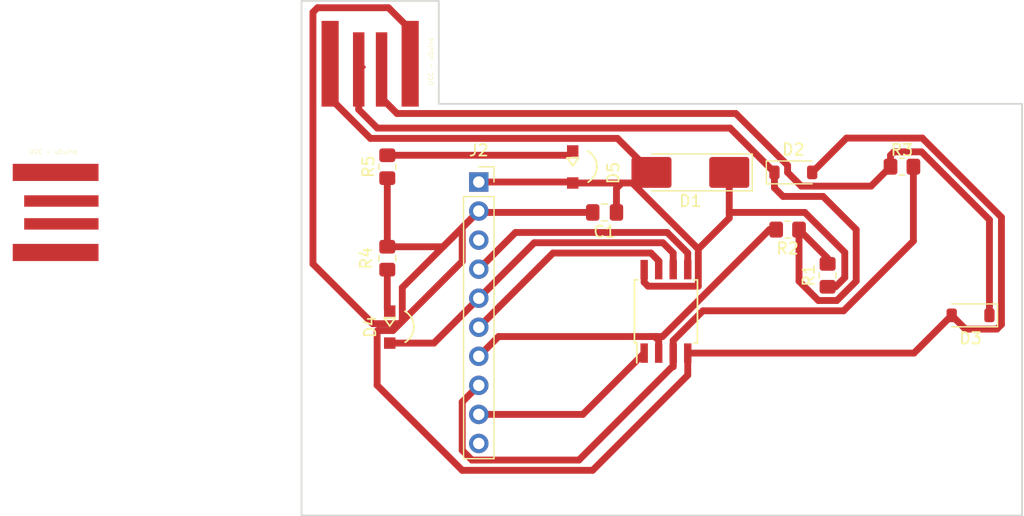
<source format=kicad_pcb>
(kicad_pcb (version 20240108) (generator "pcbnew") (generator_version "8.0")
  (layers (0 "F.Cu" signal) (31 "B.Cu" signal) (34 "B.Paste" user) (35 "F.Paste" user) (36 "B.SilkS" user "B.Silkscreen") (37 "F.SilkS" user "F.Silkscreen") (38 "B.Mask" user) (39 "F.Mask" user) (44 "Edge.Cuts" user))
  (net 0 "")
  (net 1 "GND")
  (net 2 "Net-(D1-A)")
  (net 3 "+5V")
  (net 4 "Net-(D2-K)")
  (net 5 "Net-(D3-K)")
  (net 6 "Net-(D4-K)")
  (net 7 "Net-(D4-A)")
  (net 12 "Net-(D5-K)")
  (net 13 "Net-(J2-Pin_6)")
  (net 15 "Net-(J2-Pin_8)")
  (net 16 "Net-(J2-Pin_9)")
  (net 17 "Net-(J2-Pin_4)")
  (net 19 "Net-(J2-Pin_7)")
  (footprint "embeddedPcbUsb:USB_A_UCC" (layer "F.Cu") (at 154 56.7 -90)
    (property "Reference" "J1" (hide yes))
    (property "Value" "USB_A" (hide yes))
    (fp_text user "UCC - uDuino" (at -2.54 -5.08 90) (layer "F.SilkS") (effects (font (size 0.38608 0.38608) (thickness 0.032512)) (justify right top)))
    (pad "1" smd rect (at -0.2 3.5 270) (size 7.5 1.5) (layers "F.Cu" "F.Paste" "F.Mask") (net 2 "Net-(D1-A)"))
    (pad "2" smd rect (at 0.3 1 270) (size 6.5 1) (layers "F.Cu" "F.Paste" "F.Mask") (net 4 "Net-(D2-K)"))
    (pad "3" smd rect (at 0.3 -1 270) (size 6.5 1) (layers "F.Cu" "F.Paste" "F.Mask") (net 5 "Net-(D3-K)"))
    (pad "4" smd rect (at -0.2 -3.5 270) (size 7.5 1.5) (layers "F.Cu" "F.Paste" "F.Mask") (net 1 "GND"))
  )
  (footprint "Package_SO:SOIC-8W_5.3x5.3mm_P1.27mm" (layer "F.Cu") (at 179.865 78.15 90)
    (property "Reference" "U1" (hide yes))
    (property "Value" "ATtiny85-20SU")
    (fp_line (start 2.75 -2.755) (end 2.75 -2.455) (stroke (width 0.15)) (layer "F.SilkS"))
    (fp_line (start -2.75 -2.755) (end 2.75 -2.755) (stroke (width 0.15)) (layer "F.SilkS"))
    (fp_line (start -2.75 -2.755) (end -2.75 -2.55) (stroke (width 0.15)) (layer "F.SilkS"))
    (fp_line (start -2.75 -2.55) (end -4.5 -2.55) (stroke (width 0.15)) (layer "F.SilkS"))
    (fp_line (start 2.75 2.755) (end 2.75 2.455) (stroke (width 0.15)) (layer "F.SilkS"))
    (fp_line (start -2.75 2.755) (end -2.75 2.455) (stroke (width 0.15)) (layer "F.SilkS"))
    (fp_line (start -2.75 2.755) (end 2.75 2.755) (stroke (width 0.15)) (layer "F.SilkS"))
    (pad "1" smd rect (at -3.65 -1.905 90) (size 1.7 0.65) (layers "F.Cu" "F.Paste" "F.Mask") (net 16 "Net-(J2-Pin_9)"))
    (pad "2" smd rect (at -3.65 -0.635 90) (size 1.7 0.65) (layers "F.Cu" "F.Paste" "F.Mask") (net 19 "Net-(J2-Pin_7)"))
    (pad "3" smd rect (at -3.65 0.635 90) (size 1.7 0.65) (layers "F.Cu" "F.Paste" "F.Mask") (net 15 "Net-(J2-Pin_8)"))
    (pad "4" smd rect (at -3.65 1.905 90) (size 1.7 0.65) (layers "F.Cu" "F.Paste" "F.Mask") (net 1 "GND"))
    (pad "5" smd rect (at 3.65 1.905 90) (size 1.7 0.65) (layers "F.Cu" "F.Paste" "F.Mask") (net 17 "Net-(J2-Pin_4)"))
    (pad "6" smd rect (at 3.65 0.635 90) (size 1.7 0.65) (layers "F.Cu" "F.Paste" "F.Mask") (net 7 "Net-(D4-A)"))
    (pad "7" smd rect (at 3.65 -0.635 90) (size 1.7 0.65) (layers "F.Cu" "F.Paste" "F.Mask") (net 13 "Net-(J2-Pin_6)"))
    (pad "8" smd rect (at 3.65 -1.905 90) (size 1.7 0.65) (layers "F.Cu" "F.Paste" "F.Mask") (net 3 "+5V"))
  )
  (footprint "Resistor_SMD:R_0805_2012Metric_Pad1.20x1.40mm_HandSolder" (layer "F.Cu") (at 155.5 65.5 90)
    (property "Reference" "R5" (at 0 -1.65 90) (layer "F.SilkS"))
    (property "Value" "330Ω 5% 1/8W")
    (fp_line (start -0.227064 -0.735) (end 0.227064 -0.735) (stroke (width 0.12)) (layer "F.SilkS"))
    (fp_line (start -0.227064 0.735) (end 0.227064 0.735) (stroke (width 0.12)) (layer "F.SilkS"))
    (pad "1" smd roundrect (at -1 0 90) (size 1.2 1.4) (layers "F.Cu" "F.Paste" "F.Mask") (roundrect_rratio 0.208333) (net 1 "GND"))
    (pad "2" smd roundrect (at 1 0 90) (size 1.2 1.4) (layers "F.Cu" "F.Paste" "F.Mask") (roundrect_rratio 0.208333) (net 12 "Net-(D5-K)"))
  )
  (footprint "ledSmd:ledSMD" (layer "F.Cu") (at 171.7125 65.925 -90)
    (property "Reference" "D5" (at 0.125 -3.55 90) (layer "F.SilkS"))
    (property "Value" "LED")
    (fp_line (start -1.2 0.5) (end -1.2 -0.5) (stroke (width 0.15)) (layer "F.SilkS"))
    (fp_line (start -0.5 0) (end -1.2 0.5) (stroke (width 0.15)) (layer "F.SilkS"))
    (fp_line (start -1.15 -0.475) (end -0.5 0) (stroke (width 0.15)) (layer "F.SilkS"))
    (fp_arc (start -1.786089 -1.331572) (mid -0.435753 -2.107089) (end 0.924999 -1.349999) (stroke (width 0.15)) (layer "F.SilkS"))
    (pad "1" smd rect (at -1.8 0 270) (size 1 1) (layers "F.Cu" "F.Paste" "F.Mask") (net 12 "Net-(D5-K)"))
    (pad "2" smd rect (at 1 0 270) (size 1 1) (layers "F.Cu" "F.Paste" "F.Mask") (net 3 "+5V"))
  )
  (footprint "embeddedPcbUsb:USB_A_UCC" (layer "F.Cu") (at 126.7 69.5)
    (property "Reference" "J2" (hide yes))
    (property "Value" "USB_A" (hide yes))
    (fp_text user "UCC - uDuino" (at -2.54 -5.08 0) (layer "F.SilkS") (effects (font (size 0.38608 0.38608) (thickness 0.032512)) (justify left bottom)))
    (pad "1" smd rect (at -0.2 3.5) (size 7.5 1.5) (layers "F.Cu" "F.Paste" "F.Mask"))
    (pad "2" smd rect (at 0.3 1) (size 6.5 1) (layers "F.Cu" "F.Paste" "F.Mask"))
    (pad "3" smd rect (at 0.3 -1) (size 6.5 1) (layers "F.Cu" "F.Paste" "F.Mask"))
    (pad "4" smd rect (at -0.2 -3.5) (size 7.5 1.5) (layers "F.Cu" "F.Paste" "F.Mask"))
  )
  (footprint "Capacitor_SMD:C_0805_2012Metric_Pad1.18x1.45mm_HandSolder" (layer "F.Cu") (at 174.5 69.5 180)
    (property "Reference" "C1" (at 0 -1.68 360) (layer "F.SilkS"))
    (property "Value" "0.1u")
    (fp_line (start -0.261252 0.735) (end 0.261252 0.735) (stroke (width 0.12)) (layer "F.SilkS"))
    (fp_line (start -0.261252 -0.735) (end 0.261252 -0.735) (stroke (width 0.12)) (layer "F.SilkS"))
    (pad "1" smd roundrect (at -1.0375 0 180) (size 1.175 1.45) (layers "F.Cu" "F.Paste" "F.Mask") (roundrect_rratio 0.212766) (net 3 "+5V"))
    (pad "2" smd roundrect (at 1.0375 0 180) (size 1.175 1.45) (layers "F.Cu" "F.Paste" "F.Mask") (roundrect_rratio 0.212766) (net 1 "GND"))
  )
  (footprint "Connector_PinSocket_2.54mm:PinSocket_1x10_P2.54mm_Vertical" (layer "F.Cu") (at 163.5 66.84)
    (property "Reference" "J2" (at 0 -2.77 0) (layer "F.SilkS"))
    (property "Value" "Conn_01x10_Socket")
    (fp_line (start -1.33 1.27) (end -1.33 24.19) (stroke (width 0.12)) (layer "F.SilkS"))
    (fp_line (start -1.33 1.27) (end 1.33 1.27) (stroke (width 0.12)) (layer "F.SilkS"))
    (fp_line (start -1.33 24.19) (end 1.33 24.19) (stroke (width 0.12)) (layer "F.SilkS"))
    (fp_line (start 0 -1.33) (end 1.33 -1.33) (stroke (width 0.12)) (layer "F.SilkS"))
    (fp_line (start 1.33 -1.33) (end 1.33 0) (stroke (width 0.12)) (layer "F.SilkS"))
    (fp_line (start 1.33 1.27) (end 1.33 24.19) (stroke (width 0.12)) (layer "F.SilkS"))
    (pad "1" thru_hole rect (at 0 0) (size 1.7 1.7) (drill 1) (layers "*.Cu" "*.Mask") (net 3 "+5V"))
    (pad "2" thru_hole oval (at 0 2.54) (size 1.7 1.7) (drill 1) (layers "*.Cu" "*.Mask") (net 1 "GND"))
    (pad "3" thru_hole oval (at 0 5.08) (size 1.7 1.7) (drill 1) (layers "*.Cu" "*.Mask"))
    (pad "4" thru_hole oval (at 0 7.62) (size 1.7 1.7) (drill 1) (layers "*.Cu" "*.Mask") (net 17 "Net-(J2-Pin_4)"))
    (pad "5" thru_hole oval (at 0 10.16) (size 1.7 1.7) (drill 1) (layers "*.Cu" "*.Mask") (net 7 "Net-(D4-A)"))
    (pad "6" thru_hole oval (at 0 12.7) (size 1.7 1.7) (drill 1) (layers "*.Cu" "*.Mask") (net 13 "Net-(J2-Pin_6)"))
    (pad "7" thru_hole oval (at 0 15.24) (size 1.7 1.7) (drill 1) (layers "*.Cu" "*.Mask") (net 19 "Net-(J2-Pin_7)"))
    (pad "8" thru_hole oval (at 0 17.78) (size 1.7 1.7) (drill 1) (layers "*.Cu" "*.Mask") (net 15 "Net-(J2-Pin_8)"))
    (pad "9" thru_hole oval (at 0 20.32) (size 1.7 1.7) (drill 1) (layers "*.Cu" "*.Mask") (net 16 "Net-(J2-Pin_9)"))
    (pad "10" thru_hole oval (at 0 22.86) (size 1.7 1.7) (drill 1) (layers "*.Cu" "*.Mask"))
  )
  (footprint "Resistor_SMD:R_0805_2012Metric_Pad1.20x1.40mm_HandSolder" (layer "F.Cu") (at 155.5 73.5 90)
    (property "Reference" "R4" (at 0 -1.85 90) (layer "F.SilkS"))
    (property "Value" "330Ω 5% 1/8W")
    (fp_line (start -0.227064 -0.735) (end 0.227064 -0.735) (stroke (width 0.12)) (layer "F.SilkS"))
    (fp_line (start -0.227064 0.735) (end 0.227064 0.735) (stroke (width 0.12)) (layer "F.SilkS"))
    (pad "1" smd roundrect (at -1 0 90) (size 1.2 1.4) (layers "F.Cu" "F.Paste" "F.Mask") (roundrect_rratio 0.208333) (net 6 "Net-(D4-K)"))
    (pad "2" smd roundrect (at 1 0 90) (size 1.2 1.4) (layers "F.Cu" "F.Paste" "F.Mask") (roundrect_rratio 0.208333) (net 1 "GND"))
  )
  (footprint "Diode_SMD:D_MELF_Handsoldering" (layer "F.Cu") (at 182 66 180)
    (property "Reference" "D1" (at 0 -2.5 360) (layer "F.SilkS"))
    (property "Value" "PMLL4148L")
    (fp_line (start 3.4 -1.61) (end -5.41 -1.61) (stroke (width 0.12)) (layer "F.SilkS"))
    (fp_line (start -5.41 1.61) (end 3.4 1.61) (stroke (width 0.12)) (layer "F.SilkS"))
    (fp_line (start -5.41 -1.61) (end -5.41 1.61) (stroke (width 0.12)) (layer "F.SilkS"))
    (pad "1" smd roundrect (at -3.4 0 180) (size 3.5 2.7) (layers "F.Cu" "F.Paste" "F.Mask") (roundrect_rratio 0.0925925926) (net 3 "+5V"))
    (pad "2" smd roundrect (at 3.4 0 180) (size 3.5 2.7) (layers "F.Cu" "F.Paste" "F.Mask") (roundrect_rratio 0.0925925926) (net 2 "Net-(D1-A)"))
  )
  (footprint "ledSmd:ledSMD" (layer "F.Cu") (at 155.7125 79.925 -90)
    (property "Reference" "D4" (at -0.425 1.7125 90) (layer "F.SilkS"))
    (property "Value" "LED Green")
    (fp_line (start -1.2 0.5) (end -1.2 -0.5) (stroke (width 0.15)) (layer "F.SilkS"))
    (fp_line (start -0.5 0) (end -1.2 0.5) (stroke (width 0.15)) (layer "F.SilkS"))
    (fp_line (start -1.15 -0.475) (end -0.5 0) (stroke (width 0.15)) (layer "F.SilkS"))
    (fp_arc (start -1.786089 -1.331572) (mid -0.435753 -2.107089) (end 0.924999 -1.349999) (stroke (width 0.15)) (layer "F.SilkS"))
    (pad "1" smd rect (at -1.8 0 270) (size 1 1) (layers "F.Cu" "F.Paste" "F.Mask") (net 6 "Net-(D4-K)"))
    (pad "2" smd rect (at 1 0 270) (size 1 1) (layers "F.Cu" "F.Paste" "F.Mask") (net 7 "Net-(D4-A)"))
  )
  (footprint "Resistor_SMD:R_0805_2012Metric_Pad1.20x1.40mm_HandSolder" (layer "F.Cu") (at 190.5 71 180)
    (property "Reference" "R2" (at 0 -1.65 0) (layer "F.SilkS"))
    (property "Value" "68Ω 5% 1/8W")
    (fp_line (start -0.227064 0.735) (end 0.227064 0.735) (stroke (width 0.12)) (layer "F.SilkS"))
    (fp_line (start -0.227064 -0.735) (end 0.227064 -0.735) (stroke (width 0.12)) (layer "F.SilkS"))
    (pad "1" smd roundrect (at -1 0 180) (size 1.2 1.4) (layers "F.Cu" "F.Paste" "F.Mask") (roundrect_rratio 0.208333) (net 4 "Net-(D2-K)"))
    (pad "2" smd roundrect (at 1 0 180) (size 1.2 1.4) (layers "F.Cu" "F.Paste" "F.Mask") (roundrect_rratio 0.208333) (net 19 "Net-(J2-Pin_7)"))
  )
  (footprint "Diode_SMD:D_SOD-123" (layer "F.Cu") (at 191 66)
    (property "Reference" "D2" (at 0 -2 0) (layer "F.SilkS"))
    (property "Value" "3.6V 1/2mV")
    (fp_line (start -2.36 -1) (end -2.36 1) (stroke (width 0.12)) (layer "F.SilkS"))
    (fp_line (start -2.36 -1) (end 1.65 -1) (stroke (width 0.12)) (layer "F.SilkS"))
    (fp_line (start -2.36 1) (end 1.65 1) (stroke (width 0.12)) (layer "F.SilkS"))
    (pad "1" smd roundrect (at -1.65 0) (size 0.9 1.2) (layers "F.Cu" "F.Paste" "F.Mask") (net 4 "Net-(D2-K)"))
    (pad "2" smd roundrect (at 1.65 0) (size 0.9 1.2) (layers "F.Cu" "F.Paste" "F.Mask") (net 1 "GND"))
  )
  (footprint "Resistor_SMD:R_0805_2012Metric_Pad1.20x1.40mm_HandSolder" (layer "F.Cu") (at 194 75 90)
    (property "Reference" "R1" (at 0 -1.65 90) (layer "F.SilkS"))
    (property "Value" "1.5KΩ 5% 1/8W")
    (fp_line (start -0.227064 -0.735) (end 0.227064 -0.735) (stroke (width 0.12)) (layer "F.SilkS"))
    (fp_line (start -0.227064 0.735) (end 0.227064 0.735) (stroke (width 0.12)) (layer "F.SilkS"))
    (pad "1" smd roundrect (at -1 0 90) (size 1.2 1.4) (layers "F.Cu" "F.Paste" "F.Mask") (roundrect_rratio 0.208333) (net 3 "+5V"))
    (pad "2" smd roundrect (at 1 0 90) (size 1.2 1.4) (layers "F.Cu" "F.Paste" "F.Mask") (roundrect_rratio 0.208333) (net 4 "Net-(D2-K)"))
  )
  (footprint "Diode_SMD:D_SOD-123" (layer "F.Cu") (at 206.5 78.5 180)
    (property "Reference" "D3" (at 0 -2 0) (layer "F.SilkS"))
    (property "Value" "3.6V 1/2mV")
    (fp_line (start -2.36 1) (end 1.65 1) (stroke (width 0.12)) (layer "F.SilkS"))
    (fp_line (start -2.36 -1) (end 1.65 -1) (stroke (width 0.12)) (layer "F.SilkS"))
    (fp_line (start -2.36 -1) (end -2.36 1) (stroke (width 0.12)) (layer "F.SilkS"))
    (pad "1" smd roundrect (at -1.65 0 180) (size 0.9 1.2) (layers "F.Cu" "F.Paste" "F.Mask") (net 5 "Net-(D3-K)"))
    (pad "2" smd roundrect (at 1.65 0 180) (size 0.9 1.2) (layers "F.Cu" "F.Paste" "F.Mask") (net 1 "GND"))
  )
  (footprint "Resistor_SMD:R_0805_2012Metric_Pad1.20x1.40mm_HandSolder" (layer "F.Cu") (at 200.5 65.5)
    (property "Reference" "R3" (at 0 -1.45 0) (layer "F.SilkS"))
    (property "Value" "68Ω 5% 1/8W")
    (fp_line (start -0.227064 -0.735) (end 0.227064 -0.735) (stroke (width 0.12)) (layer "F.SilkS"))
    (fp_line (start -0.227064 0.735) (end 0.227064 0.735) (stroke (width 0.12)) (layer "F.SilkS"))
    (pad "1" smd roundrect (at -1 0) (size 1.2 1.4) (layers "F.Cu" "F.Paste" "F.Mask") (roundrect_rratio 0.208333) (net 5 "Net-(D3-K)"))
    (pad "2" smd roundrect (at 1 0) (size 1.2 1.4) (layers "F.Cu" "F.Paste" "F.Mask") (roundrect_rratio 0.208333) (net 15 "Net-(J2-Pin_8)"))
  )
  (gr_poly (pts (xy 160 60) (xy 160 51) (xy 148 51) (xy 148 96) (xy 211 96) (xy 211 60)) (stroke (width 0.15)) (fill none) (layer "Edge.Cuts"))
  (segment (start 173.4625 69.5) (end 163.62 69.5) (width 0.6) (layer "F.Cu") (net 1))
  (segment (start 204.85 78.5) (end 206.05 79.7) (width 0.6) (layer "F.Cu") (net 1))
  (segment (start 163.62 69.5) (end 163.5 69.38) (width 0.6) (layer "F.Cu") (net 1))
  (segment (start 173.45 92.05) (end 162.05 92.05) (width 0.6) (layer "F.Cu") (net 1))
  (segment (start 149 74) (end 149 52) (width 0.6) (layer "F.Cu") (net 1))
  (segment (start 181.77 81.8) (end 181.77 83.73) (width 0.6) (layer "F.Cu") (net 1))
  (segment (start 149.4 51.6) (end 155.6 51.6) (width 0.6) (layer "F.Cu") (net 1))
  (segment (start 154.225 79.225) (end 149 74) (width 0.6) (layer "F.Cu") (net 1))
  (segment (start 154.675 79.825) (end 156 79.825) (width 0.6) (layer "F.Cu") (net 1))
  (segment (start 208.8 79.7) (end 209.2 79.3) (width 0.6) (layer "F.Cu") (net 1))
  (segment (start 209.2 79.3) (end 209.2 69.918198) (width 0.6) (layer "F.Cu") (net 1))
  (segment (start 156.5875 79.225) (end 154.225 79.225) (width 0.6) (layer "F.Cu") (net 1))
  (segment (start 202.281802 63) (end 195.65 63) (width 0.6) (layer "F.Cu") (net 1))
  (segment (start 156.8125 76.0675) (end 156.8125 79) (width 0.6) (layer "F.Cu") (net 1))
  (segment (start 154.6125 79.8875) (end 154.675 79.825) (width 0.6) (layer "F.Cu") (net 1))
  (segment (start 163.5 69.38) (end 156.8125 76.0675) (width 0.6) (layer "F.Cu") (net 1))
  (segment (start 157.5 58) (end 157.5 55.8) (width 0.25) (layer "F.Cu") (net 1))
  (segment (start 181.77 81.8) (end 201.55 81.8) (width 0.6) (layer "F.Cu") (net 1))
  (segment (start 206.05 79.7) (end 208.8 79.7) (width 0.6) (layer "F.Cu") (net 1))
  (segment (start 195.65 63) (end 192.65 66) (width 0.6) (layer "F.Cu") (net 1))
  (segment (start 162.05 73.775) (end 162.05 70.83) (width 0.6) (layer "F.Cu") (net 1))
  (segment (start 155.5 72.5) (end 155.5 66.5) (width 0.6) (layer "F.Cu") (net 1))
  (segment (start 154.6125 84.6125) (end 154.6125 79.8875) (width 0.6) (layer "F.Cu") (net 1))
  (segment (start 162.05 70.83) (end 163.5 69.38) (width 0.6) (layer "F.Cu") (net 1))
  (segment (start 201.55 81.8) (end 204.85 78.5) (width 0.6) (layer "F.Cu") (net 1))
  (segment (start 156 79.825) (end 162.05 73.775) (width 0.6) (layer "F.Cu") (net 1))
  (segment (start 149 52) (end 149.4 51.6) (width 0.6) (layer "F.Cu") (net 1))
  (segment (start 157.5 53.5) (end 157.5 56.5) (width 0.6) (layer "F.Cu") (net 1))
  (segment (start 181.77 83.73) (end 173.45 92.05) (width 0.6) (layer "F.Cu") (net 1))
  (segment (start 155.6 51.6) (end 157.5 53.5) (width 0.6) (layer "F.Cu") (net 1))
  (segment (start 155.5 72.5) (end 160.38 72.5) (width 0.6) (layer "F.Cu") (net 1))
  (segment (start 156.8125 79) (end 156.5875 79.225) (width 0.6) (layer "F.Cu") (net 1))
  (segment (start 162.05 92.05) (end 154.6125 84.6125) (width 0.6) (layer "F.Cu") (net 1))
  (segment (start 160.38 72.5) (end 163.5 69.38) (width 0.6) (layer "F.Cu") (net 1))
  (segment (start 209.2 69.918198) (end 202.281802 63) (width 0.6) (layer "F.Cu") (net 1))
  (segment (start 154.025 63.025) (end 150.5 59.5) (width 0.6) (layer "F.Cu") (net 2))
  (segment (start 178.6 66) (end 175.625 63.025) (width 0.6) (layer "F.Cu") (net 2))
  (segment (start 150.5 59.5) (end 150.5 56.5) (width 0.6) (layer "F.Cu") (net 2))
  (segment (start 175.625 63.025) (end 154.025 63.025) (width 0.6) (layer "F.Cu") (net 2))
  (segment (start 185.4 69.994416) (end 182.695 72.699416) (width 0.6) (layer "F.Cu") (net 3))
  (segment (start 192.00901 69.5) (end 185.4 69.5) (width 0.6) (layer "F.Cu") (net 3))
  (segment (start 177.96 75.605) (end 177.96 74.5) (width 0.6) (layer "F.Cu") (net 3))
  (segment (start 176 66.925) (end 176.920584 66.925) (width 0.6) (layer "F.Cu") (net 3))
  (segment (start 185.4 66) (end 185.4 69.5) (width 0.6) (layer "F.Cu") (net 3))
  (segment (start 195.5 75.2) (end 195.5 72.99099) (width 0.6) (layer "F.Cu") (net 3))
  (segment (start 194 76) (end 194.7 76) (width 0.6) (layer "F.Cu") (net 3))
  (segment (start 175.5375 69.5) (end 175.5375 67.3875) (width 0.6) (layer "F.Cu") (net 3))
  (segment (start 194.7 76) (end 195.5 75.2) (width 0.6) (layer "F.Cu") (net 3))
  (segment (start 185.4 69.5) (end 185.4 69.994416) (width 0.6) (layer "F.Cu") (net 3))
  (segment (start 176.920584 66.925) (end 182.497792 72.502208) (width 0.6) (layer "F.Cu") (net 3))
  (segment (start 175.5375 67.3875) (end 176 66.925) (width 0.6) (layer "F.Cu") (net 3))
  (segment (start 182.695 72.699416) (end 182.695 75.95) (width 0.6) (layer "F.Cu") (net 3))
  (segment (start 195.5 72.99099) (end 192.00901 69.5) (width 0.6) (layer "F.Cu") (net 3))
  (segment (start 182.497792 72.502208) (end 182.695 72.699416) (width 0.6) (layer "F.Cu") (net 3))
  (segment (start 182.695 75.95) (end 178.305 75.95) (width 0.6) (layer "F.Cu") (net 3))
  (segment (start 163.5 66.84) (end 171.6275 66.84) (width 0.6) (layer "F.Cu") (net 3))
  (segment (start 171.7125 66.925) (end 176 66.925) (width 0.6) (layer "F.Cu") (net 3))
  (segment (start 178.305 75.95) (end 177.96 75.605) (width 0.6) (layer "F.Cu") (net 3))
  (segment (start 171.6275 66.84) (end 171.7125 66.925) (width 0.6) (layer "F.Cu") (net 3))
  (segment (start 185.475 62.125) (end 154.625 62.125) (width 0.6) (layer "F.Cu") (net 4))
  (segment (start 194.80901 77.2) (end 196.5 75.50901) (width 0.6) (layer "F.Cu") (net 4))
  (segment (start 153.5 56.8) (end 153 56.3) (width 0.25) (layer "F.Cu") (net 4))
  (segment (start 153 60.5) (end 153 57) (width 0.6) (layer "F.Cu") (net 4))
  (segment (start 196.5 75.50901) (end 196.5 71) (width 0.6) (layer "F.Cu") (net 4))
  (segment (start 196.5 71) (end 193.6 68.1) (width 0.6) (layer "F.Cu") (net 4))
  (segment (start 194 73.5) (end 191.5 71) (width 0.6) (layer "F.Cu") (net 4))
  (segment (start 193.19099 77.2) (end 194.80901 77.2) (width 0.6) (layer "F.Cu") (net 4))
  (segment (start 194 74) (end 194 73.5) (width 0.6) (layer "F.Cu") (net 4))
  (segment (start 189.35 66) (end 185.475 62.125) (width 0.6) (layer "F.Cu") (net 4))
  (segment (start 191.5 75.50901) (end 193.19099 77.2) (width 0.6) (layer "F.Cu") (net 4))
  (segment (start 189.35 67.35) (end 189.35 66) (width 0.6) (layer "F.Cu") (net 4))
  (segment (start 193.6 68.1) (end 190.1 68.1) (width 0.6) (layer "F.Cu") (net 4))
  (segment (start 191.5 71) (end 191.5 75.50901) (width 0.6) (layer "F.Cu") (net 4))
  (segment (start 154.625 62.125) (end 153 60.5) (width 0.6) (layer "F.Cu") (net 4))
  (segment (start 190.1 68.1) (end 189.35 67.35) (width 0.6) (layer "F.Cu") (net 4))
  (segment (start 197.8 67.2) (end 191.7 67.2) (width 0.6) (layer "F.Cu") (net 5))
  (segment (start 185.97296 60.85) (end 156.35 60.85) (width 0.6) (layer "F.Cu") (net 5))
  (segment (start 208.15 78.5) (end 208.15 70.14099) (width 0.6) (layer "F.Cu") (net 5))
  (segment (start 202.20901 64.2) (end 199.8 64.2) (width 0.6) (layer "F.Cu") (net 5))
  (segment (start 155 59.7) (end 155 57) (width 0.6) (layer "F.Cu") (net 5))
  (segment (start 155 59.5) (end 155 57) (width 0.6) (layer "F.Cu") (net 5))
  (segment (start 155 59.75) (end 155 57) (width 0.6) (layer "F.Cu") (net 5))
  (segment (start 190.5 65.37704) (end 185.97296 60.85) (width 0.6) (layer "F.Cu") (net 5))
  (segment (start 191.7 67.2) (end 190.5 66) (width 0.6) (layer "F.Cu") (net 5))
  (segment (start 190.5 66) (end 190.5 65.37704) (width 0.6) (layer "F.Cu") (net 5))
  (segment (start 199.5 65.5) (end 197.8 67.2) (width 0.6) (layer "F.Cu") (net 5))
  (segment (start 199.8 64.2) (end 199.5 64.5) (width 0.6) (layer "F.Cu") (net 5))
  (segment (start 199.5 64.5) (end 199.5 65.5) (width 0.6) (layer "F.Cu") (net 5))
  (segment (start 208.15 70.14099) (end 202.20901 64.2) (width 0.6) (layer "F.Cu") (net 5))
  (segment (start 156.35 60.85) (end 155 59.5) (width 0.6) (layer "F.Cu") (net 5))
  (segment (start 155.5 77.9125) (end 155.7125 78.125) (width 0.6) (layer "F.Cu") (net 6))
  (segment (start 155.5 74.5) (end 155.5 77.9125) (width 0.6) (layer "F.Cu") (net 6))
  (segment (start 163.5 77) (end 168.35 72.15) (width 0.6) (layer "F.Cu") (net 7))
  (segment (start 155.7125 80.925) (end 159.575 80.925) (width 0.6) (layer "F.Cu") (net 7))
  (segment (start 180.5 73.05) (end 180.5 74.5) (width 0.6) (layer "F.Cu") (net 7))
  (segment (start 168.35 72.15) (end 179.6 72.15) (width 0.6) (layer "F.Cu") (net 7))
  (segment (start 159.575 80.925) (end 163.5 77) (width 0.6) (layer "F.Cu") (net 7))
  (segment (start 179.6 72.15) (end 180.5 73.05) (width 0.6) (layer "F.Cu") (net 7))
  (segment (start 155.5 64.5) (end 171.3375 64.5) (width 0.6) (layer "F.Cu") (net 12))
  (segment (start 171.3375 64.5) (end 171.7125 64.125) (width 0.6) (layer "F.Cu") (net 12))
  (segment (start 179.23 73.73) (end 179.23 74.5) (width 0.6) (layer "F.Cu") (net 13))
  (segment (start 178.55 73.05) (end 179.23 73.73) (width 0.6) (layer "F.Cu") (net 13))
  (segment (start 169.99 73.05) (end 178.55 73.05) (width 0.6) (layer "F.Cu") (net 13))
  (segment (start 163.5 79.54) (end 169.99 73.05) (width 0.6) (layer "F.Cu") (net 13))
  (segment (start 201.5 72) (end 201.5 65.5) (width 0.6) (layer "F.Cu") (net 15))
  (segment (start 162.05 86.07) (end 162.05 90.30061) (width 0.6) (layer "F.Cu") (net 15))
  (segment (start 180.5 82.905) (end 180.5 81.8) (width 0.6) (layer "F.Cu") (net 15))
  (segment (start 195.4 78.1) (end 201.5 72) (width 0.6) (layer "F.Cu") (net 15))
  (segment (start 172.255 91.15) (end 180.5 82.905) (width 0.6) (layer "F.Cu") (net 15))
  (segment (start 183.095 78.1) (end 195.4 78.1) (width 0.6) (layer "F.Cu") (net 15))
  (segment (start 180.5 81.8) (end 180.5 80.695) (width 0.6) (layer "F.Cu") (net 15))
  (segment (start 162.05 90.30061) (end 162.89939 91.15) (width 0.6) (layer "F.Cu") (net 15))
  (segment (start 162.89939 91.15) (end 172.255 91.15) (width 0.6) (layer "F.Cu") (net 15))
  (segment (start 180.5 80.695) (end 183.095 78.1) (width 0.6) (layer "F.Cu") (net 15))
  (segment (start 163.5 84.62) (end 162.05 86.07) (width 0.6) (layer "F.Cu") (net 15))
  (segment (start 180.5 83) (end 180.5 81.8) (width 0.6) (layer "F.Cu") (net 15))
  (segment (start 172.6 87.16) (end 177.96 81.8) (width 0.6) (layer "F.Cu") (net 16))
  (segment (start 163.5 87.16) (end 172.6 87.16) (width 0.6) (layer "F.Cu") (net 16))
  (segment (start 179.972792 71.25) (end 181.77 73.047208) (width 0.6) (layer "F.Cu") (net 17))
  (segment (start 163.5 74.46) (end 166.71 71.25) (width 0.6) (layer "F.Cu") (net 17))
  (segment (start 166.71 71.25) (end 179.972792 71.25) (width 0.6) (layer "F.Cu") (net 17))
  (segment (start 181.77 73.047208) (end 181.77 74.5) (width 0.6) (layer "F.Cu") (net 17))
  (segment (start 179.23 80.695) (end 179.23 81.8) (width 0.6) (layer "F.Cu") (net 19))
  (segment (start 165.23 80.35) (end 178.5 80.35) (width 0.6) (layer "F.Cu") (net 19))
  (segment (start 178.885 80.35) (end 179.567792 80.35) (width 0.6) (layer "F.Cu") (net 19))
  (segment (start 178.5 80.35) (end 178.885 80.35) (width 0.6) (layer "F.Cu") (net 19))
  (segment (start 178.885 80.35) (end 179.23 80.695) (width 0.6) (layer "F.Cu") (net 19))
  (segment (start 163.5 82.08) (end 165.23 80.35) (width 0.6) (layer "F.Cu") (net 19))
  (segment (start 179.567792 80.35) (end 188.917792 71) (width 0.6) (layer "F.Cu") (net 19))
  (segment (start 188.917792 71) (end 189.5 71) (width 0.6) (layer "F.Cu") (net 19))
)
</source>
